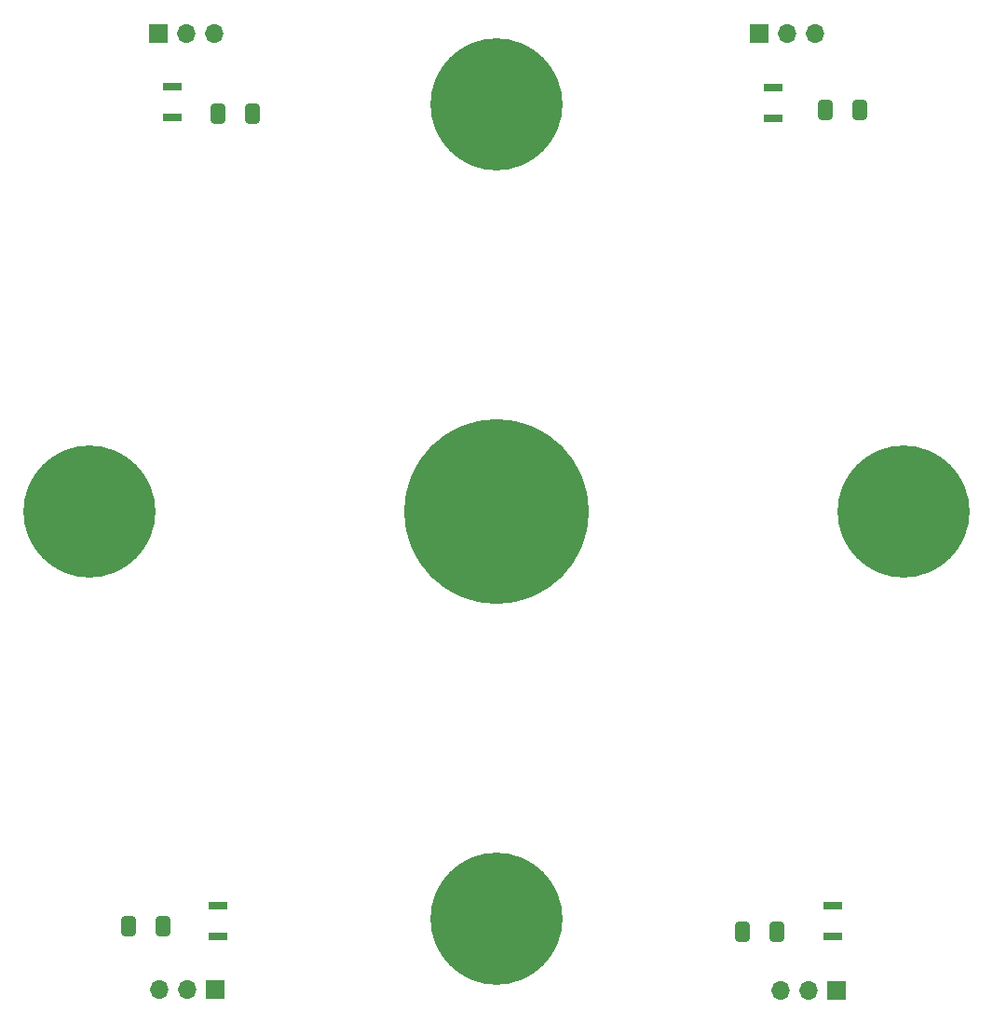
<source format=gbr>
%TF.GenerationSoftware,KiCad,Pcbnew,7.0.5-0*%
%TF.CreationDate,2023-07-05T09:37:03-04:00*%
%TF.ProjectId,quad_sipm,71756164-5f73-4697-906d-2e6b69636164,rev?*%
%TF.SameCoordinates,Original*%
%TF.FileFunction,Soldermask,Bot*%
%TF.FilePolarity,Negative*%
%FSLAX46Y46*%
G04 Gerber Fmt 4.6, Leading zero omitted, Abs format (unit mm)*
G04 Created by KiCad (PCBNEW 7.0.5-0) date 2023-07-05 09:37:03*
%MOMM*%
%LPD*%
G01*
G04 APERTURE LIST*
G04 Aperture macros list*
%AMRoundRect*
0 Rectangle with rounded corners*
0 $1 Rounding radius*
0 $2 $3 $4 $5 $6 $7 $8 $9 X,Y pos of 4 corners*
0 Add a 4 corners polygon primitive as box body*
4,1,4,$2,$3,$4,$5,$6,$7,$8,$9,$2,$3,0*
0 Add four circle primitives for the rounded corners*
1,1,$1+$1,$2,$3*
1,1,$1+$1,$4,$5*
1,1,$1+$1,$6,$7*
1,1,$1+$1,$8,$9*
0 Add four rect primitives between the rounded corners*
20,1,$1+$1,$2,$3,$4,$5,0*
20,1,$1+$1,$4,$5,$6,$7,0*
20,1,$1+$1,$6,$7,$8,$9,0*
20,1,$1+$1,$8,$9,$2,$3,0*%
G04 Aperture macros list end*
%ADD10C,16.800000*%
%ADD11C,12.000000*%
%ADD12R,1.700000X1.700000*%
%ADD13O,1.700000X1.700000*%
%ADD14RoundRect,0.250000X0.412500X0.650000X-0.412500X0.650000X-0.412500X-0.650000X0.412500X-0.650000X0*%
%ADD15RoundRect,0.250000X-0.412500X-0.650000X0.412500X-0.650000X0.412500X0.650000X-0.412500X0.650000X0*%
%ADD16R,1.699200X0.701600*%
G04 APERTURE END LIST*
D10*
%TO.C,H2*%
X100000000Y-100000000D03*
%TD*%
D11*
%TO.C,H3*%
X100000000Y-137000000D03*
%TD*%
%TO.C,H4*%
X137000000Y-100000000D03*
%TD*%
%TO.C,H5*%
X63000000Y-100000000D03*
%TD*%
%TO.C,H1*%
X100000000Y-63000000D03*
%TD*%
D12*
%TO.C,J1*%
X130855000Y-143465000D03*
D13*
X128315000Y-143465000D03*
X125775000Y-143465000D03*
%TD*%
D14*
%TO.C,C4*%
X77762500Y-63792500D03*
X74637500Y-63792500D03*
%TD*%
D12*
%TO.C,J3*%
X123825000Y-56515000D03*
D13*
X126365000Y-56515000D03*
X128905000Y-56515000D03*
%TD*%
D12*
%TO.C,J4*%
X69215000Y-56515000D03*
D13*
X71755000Y-56515000D03*
X74295000Y-56515000D03*
%TD*%
D14*
%TO.C,C3*%
X133007500Y-63500000D03*
X129882500Y-63500000D03*
%TD*%
D12*
%TO.C,J2*%
X74385000Y-143420000D03*
D13*
X71845000Y-143420000D03*
X69305000Y-143420000D03*
%TD*%
D15*
%TO.C,C1*%
X122351000Y-138176000D03*
X125476000Y-138176000D03*
%TD*%
%TO.C,C2*%
X66548000Y-137668000D03*
X69673000Y-137668000D03*
%TD*%
D16*
%TO.C,R3*%
X125095000Y-61464200D03*
X125095000Y-64265800D03*
%TD*%
%TO.C,R4*%
X70485000Y-64135000D03*
X70485000Y-61333400D03*
%TD*%
%TO.C,R2*%
X74676000Y-135759200D03*
X74676000Y-138560800D03*
%TD*%
%TO.C,R1*%
X130556000Y-135759200D03*
X130556000Y-138560800D03*
%TD*%
M02*

</source>
